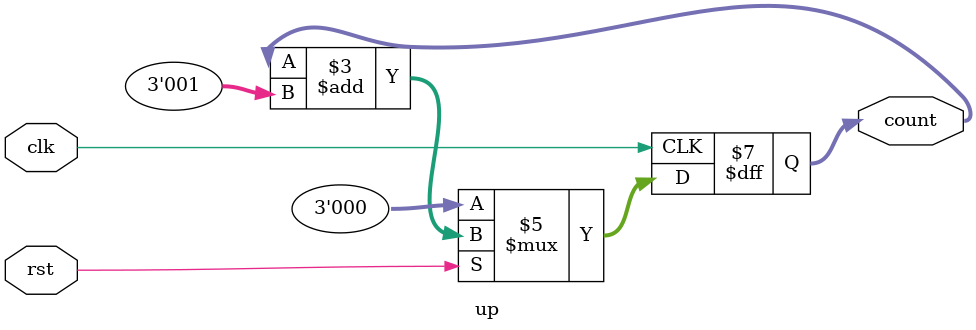
<source format=v>
module up(input clk,rst,output reg[2:0]count);
always@(posedge clk)begin
if(rst==0)begin
count<=3'b000;
end
else begin
count<=count+3'b001;
end
end
endmodule

</source>
